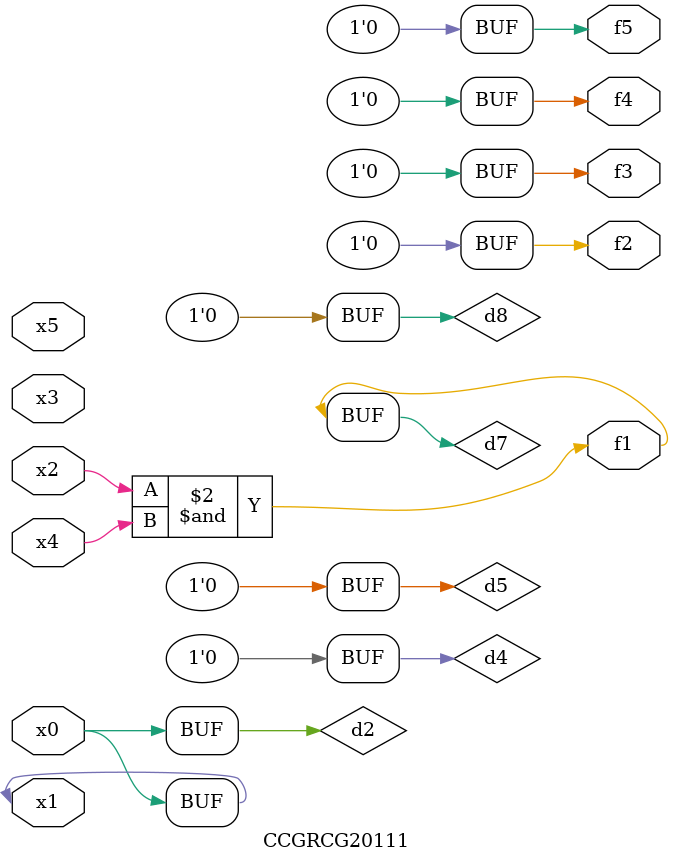
<source format=v>
module CCGRCG20111(
	input x0, x1, x2, x3, x4, x5,
	output f1, f2, f3, f4, f5
);

	wire d1, d2, d3, d4, d5, d6, d7, d8, d9;

	nand (d1, x1);
	buf (d2, x0, x1);
	nand (d3, x2, x4);
	and (d4, d1, d2);
	and (d5, d1, d2);
	nand (d6, d1, d3);
	not (d7, d3);
	xor (d8, d5);
	nor (d9, d5, d6);
	assign f1 = d7;
	assign f2 = d8;
	assign f3 = d8;
	assign f4 = d8;
	assign f5 = d8;
endmodule

</source>
